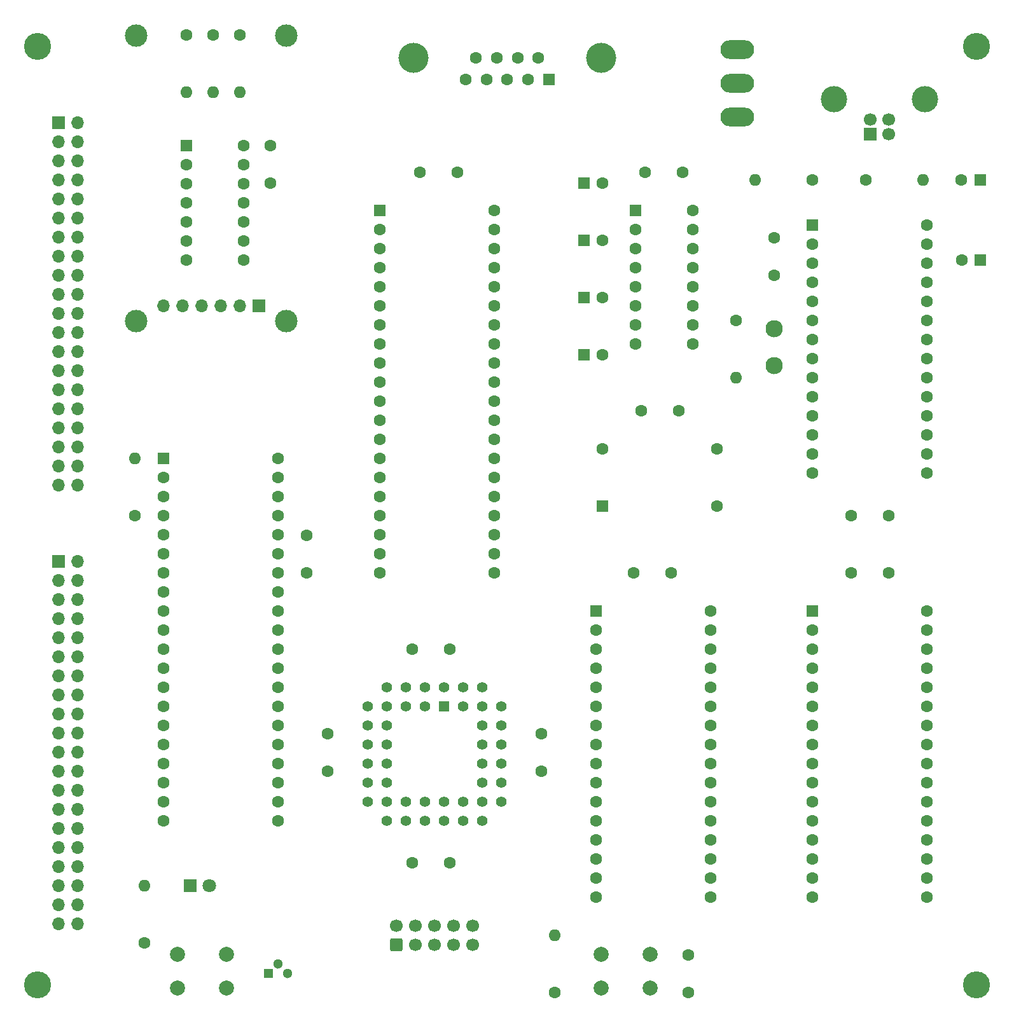
<source format=gbr>
%TF.GenerationSoftware,KiCad,Pcbnew,9.0.1*%
%TF.CreationDate,2025-05-09T19:11:10+02:00*%
%TF.ProjectId,mini-board,6d696e69-2d62-46f6-9172-642e6b696361,rev1*%
%TF.SameCoordinates,Original*%
%TF.FileFunction,Soldermask,Bot*%
%TF.FilePolarity,Negative*%
%FSLAX46Y46*%
G04 Gerber Fmt 4.6, Leading zero omitted, Abs format (unit mm)*
G04 Created by KiCad (PCBNEW 9.0.1) date 2025-05-09 19:11:10*
%MOMM*%
%LPD*%
G01*
G04 APERTURE LIST*
G04 Aperture macros list*
%AMRoundRect*
0 Rectangle with rounded corners*
0 $1 Rounding radius*
0 $2 $3 $4 $5 $6 $7 $8 $9 X,Y pos of 4 corners*
0 Add a 4 corners polygon primitive as box body*
4,1,4,$2,$3,$4,$5,$6,$7,$8,$9,$2,$3,0*
0 Add four circle primitives for the rounded corners*
1,1,$1+$1,$2,$3*
1,1,$1+$1,$4,$5*
1,1,$1+$1,$6,$7*
1,1,$1+$1,$8,$9*
0 Add four rect primitives between the rounded corners*
20,1,$1+$1,$2,$3,$4,$5,0*
20,1,$1+$1,$4,$5,$6,$7,0*
20,1,$1+$1,$6,$7,$8,$9,0*
20,1,$1+$1,$8,$9,$2,$3,0*%
G04 Aperture macros list end*
%ADD10C,1.600000*%
%ADD11O,1.600000X1.600000*%
%ADD12R,1.600000X1.600000*%
%ADD13C,3.600000*%
%ADD14O,4.500000X2.500000*%
%ADD15R,1.700000X1.700000*%
%ADD16O,1.700000X1.700000*%
%ADD17C,3.000000*%
%ADD18RoundRect,0.250000X-0.550000X-0.550000X0.550000X-0.550000X0.550000X0.550000X-0.550000X0.550000X0*%
%ADD19R,1.800000X1.800000*%
%ADD20C,1.800000*%
%ADD21C,2.000000*%
%ADD22C,4.000000*%
%ADD23R,1.300000X1.300000*%
%ADD24C,1.300000*%
%ADD25RoundRect,0.250000X0.600000X-0.600000X0.600000X0.600000X-0.600000X0.600000X-0.600000X-0.600000X0*%
%ADD26C,1.700000*%
%ADD27R,1.422400X1.422400*%
%ADD28C,1.422400*%
%ADD29C,3.500000*%
%ADD30C,2.300000*%
G04 APERTURE END LIST*
D10*
%TO.C,R13*%
X240792000Y-46736000D03*
D11*
X248412000Y-46736000D03*
%TD*%
D12*
%TO.C,C7*%
X256032000Y-57404000D03*
D10*
X253532000Y-57404000D03*
%TD*%
D13*
%TO.C,H1*%
X130556000Y-28956000D03*
%TD*%
D14*
%TO.C,SW1*%
X223647000Y-38354000D03*
X223647000Y-33854000D03*
X223647000Y-29354000D03*
%TD*%
D10*
%TO.C,R7*%
X199390000Y-154940000D03*
D11*
X199390000Y-147320000D03*
%TD*%
D12*
%TO.C,C29*%
X203240000Y-62360000D03*
D10*
X205740000Y-62360000D03*
%TD*%
%TO.C,C24*%
X186436000Y-45720000D03*
X181436000Y-45720000D03*
%TD*%
%TO.C,C4*%
X161544000Y-42164000D03*
X161544000Y-47164000D03*
%TD*%
D15*
%TO.C,J5*%
X133350000Y-39116000D03*
D16*
X135890000Y-39116000D03*
X133350000Y-41656000D03*
X135890000Y-41656000D03*
X133350000Y-44196000D03*
X135890000Y-44196000D03*
X133350000Y-46736000D03*
X135890000Y-46736000D03*
X133350000Y-49276000D03*
X135890000Y-49276000D03*
X133350000Y-51816000D03*
X135890000Y-51816000D03*
X133350000Y-54356000D03*
X135890000Y-54356000D03*
X133350000Y-56896000D03*
X135890000Y-56896000D03*
X133350000Y-59436000D03*
X135890000Y-59436000D03*
X133350000Y-61976000D03*
X135890000Y-61976000D03*
X133350000Y-64516000D03*
X135890000Y-64516000D03*
X133350000Y-67056000D03*
X135890000Y-67056000D03*
X133350000Y-69596000D03*
X135890000Y-69596000D03*
X133350000Y-72136000D03*
X135890000Y-72136000D03*
X133350000Y-74676000D03*
X135890000Y-74676000D03*
X133350000Y-77216000D03*
X135890000Y-77216000D03*
X133350000Y-79756000D03*
X135890000Y-79756000D03*
X133350000Y-82296000D03*
X135890000Y-82296000D03*
X133350000Y-84836000D03*
X135890000Y-84836000D03*
X133350000Y-87376000D03*
X135890000Y-87376000D03*
%TD*%
D17*
%TO.C,J3*%
X163670000Y-27500000D03*
X143670000Y-27500000D03*
X163670000Y-65500000D03*
X143670000Y-65500000D03*
D15*
X160020000Y-63500000D03*
D16*
X157480000Y-63500000D03*
X154940000Y-63500000D03*
X152400000Y-63500000D03*
X149860000Y-63500000D03*
X147320000Y-63500000D03*
%TD*%
D10*
%TO.C,C34*%
X197612000Y-120436000D03*
X197612000Y-125436000D03*
%TD*%
%TO.C,C33*%
X185420000Y-137668000D03*
X180420000Y-137668000D03*
%TD*%
D18*
%TO.C,U16*%
X204893300Y-104140000D03*
D10*
X204893300Y-106680000D03*
X204893300Y-109220000D03*
X204893300Y-111760000D03*
X204893300Y-114300000D03*
X204893300Y-116840000D03*
X204893300Y-119380000D03*
X204893300Y-121920000D03*
X204893300Y-124460000D03*
X204893300Y-127000000D03*
X204893300Y-129540000D03*
X204893300Y-132080000D03*
X204893300Y-134620000D03*
X204893300Y-137160000D03*
X204893300Y-139700000D03*
X204893300Y-142240000D03*
X220133300Y-142240000D03*
X220133300Y-139700000D03*
X220133300Y-137160000D03*
X220133300Y-134620000D03*
X220133300Y-132080000D03*
X220133300Y-129540000D03*
X220133300Y-127000000D03*
X220133300Y-124460000D03*
X220133300Y-121920000D03*
X220133300Y-119380000D03*
X220133300Y-116840000D03*
X220133300Y-114300000D03*
X220133300Y-111760000D03*
X220133300Y-109220000D03*
X220133300Y-106680000D03*
X220133300Y-104140000D03*
%TD*%
%TO.C,R9*%
X143510000Y-91440000D03*
D11*
X143510000Y-83820000D03*
%TD*%
D13*
%TO.C,H2*%
X255524000Y-28956000D03*
%TD*%
D12*
%TO.C,C6*%
X255992000Y-46736000D03*
D10*
X253492000Y-46736000D03*
%TD*%
D18*
%TO.C,U22*%
X210090000Y-50800000D03*
D10*
X210090000Y-53340000D03*
X210090000Y-55880000D03*
X210090000Y-58420000D03*
X210090000Y-60960000D03*
X210090000Y-63500000D03*
X210090000Y-66040000D03*
X210090000Y-68580000D03*
X217710000Y-68580000D03*
X217710000Y-66040000D03*
X217710000Y-63500000D03*
X217710000Y-60960000D03*
X217710000Y-58420000D03*
X217710000Y-55880000D03*
X217710000Y-53340000D03*
X217710000Y-50800000D03*
%TD*%
%TO.C,C1*%
X166370000Y-94060000D03*
X166370000Y-99060000D03*
%TD*%
D15*
%TO.C,J2*%
X133350000Y-97536000D03*
D16*
X135890000Y-97536000D03*
X133350000Y-100076000D03*
X135890000Y-100076000D03*
X133350000Y-102616000D03*
X135890000Y-102616000D03*
X133350000Y-105156000D03*
X135890000Y-105156000D03*
X133350000Y-107696000D03*
X135890000Y-107696000D03*
X133350000Y-110236000D03*
X135890000Y-110236000D03*
X133350000Y-112776000D03*
X135890000Y-112776000D03*
X133350000Y-115316000D03*
X135890000Y-115316000D03*
X133350000Y-117856000D03*
X135890000Y-117856000D03*
X133350000Y-120396000D03*
X135890000Y-120396000D03*
X133350000Y-122936000D03*
X135890000Y-122936000D03*
X133350000Y-125476000D03*
X135890000Y-125476000D03*
X133350000Y-128016000D03*
X135890000Y-128016000D03*
X133350000Y-130556000D03*
X135890000Y-130556000D03*
X133350000Y-133096000D03*
X135890000Y-133096000D03*
X133350000Y-135636000D03*
X135890000Y-135636000D03*
X133350000Y-138176000D03*
X135890000Y-138176000D03*
X133350000Y-140716000D03*
X135890000Y-140716000D03*
X133350000Y-143256000D03*
X135890000Y-143256000D03*
X133350000Y-145796000D03*
X135890000Y-145796000D03*
%TD*%
D10*
%TO.C,C17*%
X214844000Y-99060000D03*
X209844000Y-99060000D03*
%TD*%
D19*
%TO.C,D1*%
X150876000Y-140716000D03*
D20*
X153416000Y-140716000D03*
%TD*%
D21*
%TO.C,SW2*%
X149150000Y-149860000D03*
X155650000Y-149860000D03*
X149150000Y-154360000D03*
X155650000Y-154360000D03*
%TD*%
D18*
%TO.C,U19*%
X176106700Y-50800000D03*
D10*
X176106700Y-53340000D03*
X176106700Y-55880000D03*
X176106700Y-58420000D03*
X176106700Y-60960000D03*
X176106700Y-63500000D03*
X176106700Y-66040000D03*
X176106700Y-68580000D03*
X176106700Y-71120000D03*
X176106700Y-73660000D03*
X176106700Y-76200000D03*
X176106700Y-78740000D03*
X176106700Y-81280000D03*
X176106700Y-83820000D03*
X176106700Y-86360000D03*
X176106700Y-88900000D03*
X176106700Y-91440000D03*
X176106700Y-93980000D03*
X176106700Y-96520000D03*
X176106700Y-99060000D03*
X191346700Y-99060000D03*
X191346700Y-96520000D03*
X191346700Y-93980000D03*
X191346700Y-91440000D03*
X191346700Y-88900000D03*
X191346700Y-86360000D03*
X191346700Y-83820000D03*
X191346700Y-81280000D03*
X191346700Y-78740000D03*
X191346700Y-76200000D03*
X191346700Y-73660000D03*
X191346700Y-71120000D03*
X191346700Y-68580000D03*
X191346700Y-66040000D03*
X191346700Y-63500000D03*
X191346700Y-60960000D03*
X191346700Y-58420000D03*
X191346700Y-55880000D03*
X191346700Y-53340000D03*
X191346700Y-50800000D03*
%TD*%
%TO.C,R12*%
X157480000Y-27432000D03*
D11*
X157480000Y-35052000D03*
%TD*%
D10*
%TO.C,R10*%
X150368000Y-27432000D03*
D11*
X150368000Y-35052000D03*
%TD*%
D10*
%TO.C,R3*%
X144780000Y-148336000D03*
D11*
X144780000Y-140716000D03*
%TD*%
D13*
%TO.C,H4*%
X130556000Y-153924000D03*
%TD*%
D10*
%TO.C,R11*%
X153924000Y-27432000D03*
D11*
X153924000Y-35052000D03*
%TD*%
D21*
%TO.C,SW3*%
X205590000Y-149860000D03*
X212090000Y-149860000D03*
X205590000Y-154360000D03*
X212090000Y-154360000D03*
%TD*%
D10*
%TO.C,C36*%
X169164000Y-125436000D03*
X169164000Y-120436000D03*
%TD*%
D18*
%TO.C,U2*%
X147320000Y-83820000D03*
D10*
X147320000Y-86360000D03*
X147320000Y-88900000D03*
X147320000Y-91440000D03*
X147320000Y-93980000D03*
X147320000Y-96520000D03*
X147320000Y-99060000D03*
X147320000Y-101600000D03*
X147320000Y-104140000D03*
X147320000Y-106680000D03*
X147320000Y-109220000D03*
X147320000Y-111760000D03*
X147320000Y-114300000D03*
X147320000Y-116840000D03*
X147320000Y-119380000D03*
X147320000Y-121920000D03*
X147320000Y-124460000D03*
X147320000Y-127000000D03*
X147320000Y-129540000D03*
X147320000Y-132080000D03*
X162560000Y-132080000D03*
X162560000Y-129540000D03*
X162560000Y-127000000D03*
X162560000Y-124460000D03*
X162560000Y-121920000D03*
X162560000Y-119380000D03*
X162560000Y-116840000D03*
X162560000Y-114300000D03*
X162560000Y-111760000D03*
X162560000Y-109220000D03*
X162560000Y-106680000D03*
X162560000Y-104140000D03*
X162560000Y-101600000D03*
X162560000Y-99060000D03*
X162560000Y-96520000D03*
X162560000Y-93980000D03*
X162560000Y-91440000D03*
X162560000Y-88900000D03*
X162560000Y-86360000D03*
X162560000Y-83820000D03*
%TD*%
%TO.C,C16*%
X243800000Y-99060000D03*
X238800000Y-99060000D03*
%TD*%
D12*
%TO.C,X1*%
X205740000Y-90170000D03*
D10*
X220980000Y-90170000D03*
X220980000Y-82550000D03*
X205740000Y-82550000D03*
%TD*%
%TO.C,C3*%
X210860000Y-77470000D03*
X215860000Y-77470000D03*
%TD*%
D22*
%TO.C,J8*%
X205540000Y-30480000D03*
X180540000Y-30480000D03*
D12*
X198580000Y-33320000D03*
D10*
X195810000Y-33320000D03*
X193040000Y-33320000D03*
X190270000Y-33320000D03*
X187500000Y-33320000D03*
X197195000Y-30480000D03*
X194425000Y-30480000D03*
X191655000Y-30480000D03*
X188885000Y-30480000D03*
%TD*%
%TO.C,R2*%
X233680000Y-46736000D03*
D11*
X226060000Y-46736000D03*
%TD*%
D18*
%TO.C,U21*%
X233680000Y-52705000D03*
D10*
X233680000Y-55245000D03*
X233680000Y-57785000D03*
X233680000Y-60325000D03*
X233680000Y-62865000D03*
X233680000Y-65405000D03*
X233680000Y-67945000D03*
X233680000Y-70485000D03*
X233680000Y-73025000D03*
X233680000Y-75565000D03*
X233680000Y-78105000D03*
X233680000Y-80645000D03*
X233680000Y-83185000D03*
X233680000Y-85725000D03*
X248920000Y-85725000D03*
X248920000Y-83185000D03*
X248920000Y-80645000D03*
X248920000Y-78105000D03*
X248920000Y-75565000D03*
X248920000Y-73025000D03*
X248920000Y-70485000D03*
X248920000Y-67945000D03*
X248920000Y-65405000D03*
X248920000Y-62865000D03*
X248920000Y-60325000D03*
X248920000Y-57785000D03*
X248920000Y-55245000D03*
X248920000Y-52705000D03*
%TD*%
%TO.C,C35*%
X180420000Y-109220000D03*
X185420000Y-109220000D03*
%TD*%
D23*
%TO.C,U11*%
X161290000Y-152400000D03*
D24*
X162560000Y-151130000D03*
X163830000Y-152400000D03*
%TD*%
D12*
%TO.C,C31*%
X203240000Y-69980000D03*
D10*
X205740000Y-69980000D03*
%TD*%
D25*
%TO.C,J4*%
X178308000Y-148590000D03*
D26*
X178308000Y-146050000D03*
X180848000Y-148590000D03*
X180848000Y-146050000D03*
X183388000Y-148590000D03*
X183388000Y-146050000D03*
X185928000Y-148590000D03*
X185928000Y-146050000D03*
X188468000Y-148590000D03*
X188468000Y-146050000D03*
%TD*%
D27*
%TO.C,U23*%
X184658000Y-116840000D03*
D28*
X182118000Y-114300000D03*
X182118000Y-116840000D03*
X179578000Y-114300000D03*
X179578000Y-116840000D03*
X177038000Y-114300000D03*
X174498000Y-116840000D03*
X177038000Y-116840000D03*
X174498000Y-119380000D03*
X177038000Y-119380000D03*
X174498000Y-121920000D03*
X177038000Y-121920000D03*
X174498000Y-124460000D03*
X177038000Y-124460000D03*
X174498000Y-127000000D03*
X177038000Y-127000000D03*
X174498000Y-129540000D03*
X177038000Y-132080000D03*
X177038000Y-129540000D03*
X179578000Y-132080000D03*
X179578000Y-129540000D03*
X182118000Y-132080000D03*
X182118000Y-129540000D03*
X184658000Y-132080000D03*
X184658000Y-129540000D03*
X187198000Y-132080000D03*
X187198000Y-129540000D03*
X189738000Y-132080000D03*
X192278000Y-129540000D03*
X189738000Y-129540000D03*
X192278000Y-127000000D03*
X189738000Y-127000000D03*
X192278000Y-124460000D03*
X189738000Y-124460000D03*
X192278000Y-121920000D03*
X189738000Y-121920000D03*
X192278000Y-119380000D03*
X189738000Y-119380000D03*
X192278000Y-116840000D03*
X189738000Y-114300000D03*
X189738000Y-116840000D03*
X187198000Y-114300000D03*
X187198000Y-116840000D03*
X184658000Y-114300000D03*
%TD*%
D12*
%TO.C,C30*%
X203240000Y-47120000D03*
D10*
X205740000Y-47120000D03*
%TD*%
D15*
%TO.C,J1*%
X241340000Y-40640000D03*
D26*
X243840000Y-40640000D03*
X243840000Y-38640000D03*
X241340000Y-38640000D03*
D29*
X236570000Y-35930000D03*
X248610000Y-35930000D03*
%TD*%
D10*
%TO.C,C27*%
X216360000Y-45720000D03*
X211360000Y-45720000D03*
%TD*%
D18*
%TO.C,U1*%
X150368000Y-42164000D03*
D10*
X150368000Y-44704000D03*
X150368000Y-47244000D03*
X150368000Y-49784000D03*
X150368000Y-52324000D03*
X150368000Y-54864000D03*
X150368000Y-57404000D03*
X157988000Y-57404000D03*
X157988000Y-54864000D03*
X157988000Y-52324000D03*
X157988000Y-49784000D03*
X157988000Y-47244000D03*
X157988000Y-44704000D03*
X157988000Y-42164000D03*
%TD*%
D30*
%TO.C,Y1*%
X228600000Y-71455000D03*
X228600000Y-66555000D03*
%TD*%
D10*
%TO.C,C9*%
X217170000Y-154940000D03*
X217170000Y-149940000D03*
%TD*%
D12*
%TO.C,C28*%
X203240000Y-54740000D03*
D10*
X205740000Y-54740000D03*
%TD*%
%TO.C,R8*%
X223520000Y-65405000D03*
D11*
X223520000Y-73025000D03*
%TD*%
D13*
%TO.C,H3*%
X255524000Y-153924000D03*
%TD*%
D10*
%TO.C,C26*%
X243840000Y-91440000D03*
X238840000Y-91440000D03*
%TD*%
D18*
%TO.C,U15*%
X233680000Y-104140000D03*
D10*
X233680000Y-106680000D03*
X233680000Y-109220000D03*
X233680000Y-111760000D03*
X233680000Y-114300000D03*
X233680000Y-116840000D03*
X233680000Y-119380000D03*
X233680000Y-121920000D03*
X233680000Y-124460000D03*
X233680000Y-127000000D03*
X233680000Y-129540000D03*
X233680000Y-132080000D03*
X233680000Y-134620000D03*
X233680000Y-137160000D03*
X233680000Y-139700000D03*
X233680000Y-142240000D03*
X248920000Y-142240000D03*
X248920000Y-139700000D03*
X248920000Y-137160000D03*
X248920000Y-134620000D03*
X248920000Y-132080000D03*
X248920000Y-129540000D03*
X248920000Y-127000000D03*
X248920000Y-124460000D03*
X248920000Y-121920000D03*
X248920000Y-119380000D03*
X248920000Y-116840000D03*
X248920000Y-114300000D03*
X248920000Y-111760000D03*
X248920000Y-109220000D03*
X248920000Y-106680000D03*
X248920000Y-104140000D03*
%TD*%
%TO.C,C25*%
X228600000Y-54436000D03*
X228600000Y-59436000D03*
%TD*%
M02*

</source>
